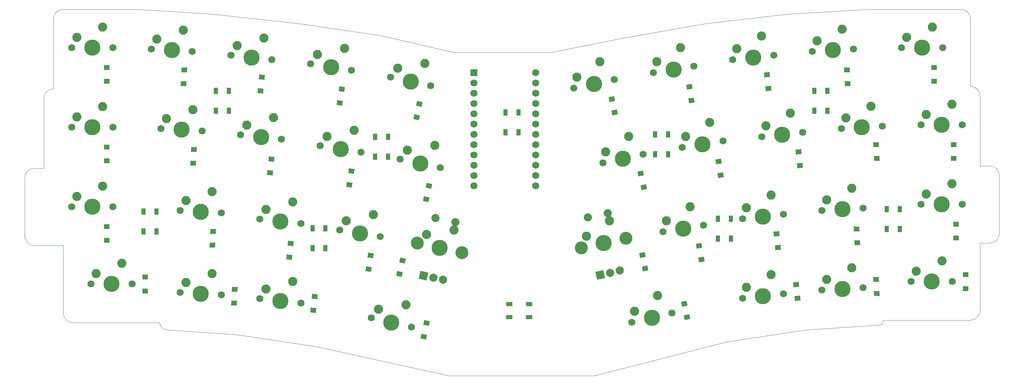
<source format=gbr>
%TF.GenerationSoftware,KiCad,Pcbnew,7.0.6*%
%TF.CreationDate,2023-09-29T23:10:54-04:00*%
%TF.ProjectId,tiddlywink,74696464-6c79-4776-996e-6b2e6b696361,rev?*%
%TF.SameCoordinates,Original*%
%TF.FileFunction,Soldermask,Bot*%
%TF.FilePolarity,Negative*%
%FSLAX46Y46*%
G04 Gerber Fmt 4.6, Leading zero omitted, Abs format (unit mm)*
G04 Created by KiCad (PCBNEW 7.0.6) date 2023-09-29 23:10:54*
%MOMM*%
%LPD*%
G01*
G04 APERTURE LIST*
G04 Aperture macros list*
%AMRotRect*
0 Rectangle, with rotation*
0 The origin of the aperture is its center*
0 $1 length*
0 $2 width*
0 $3 Rotation angle, in degrees counterclockwise*
0 Add horizontal line*
21,1,$1,$2,0,0,$3*%
G04 Aperture macros list end*
%ADD10C,1.750000*%
%ADD11C,3.987800*%
%ADD12C,2.250000*%
%ADD13RotRect,2.000000X2.000000X78.000000*%
%ADD14C,2.000000*%
%ADD15C,3.200000*%
%ADD16R,1.752600X1.752600*%
%ADD17C,1.752600*%
%ADD18RotRect,2.000000X2.000000X102.000000*%
%ADD19C,0.800000*%
%ADD20RotRect,1.200000X1.400000X99.000000*%
%ADD21RotRect,1.200000X1.400000X84.000000*%
%ADD22R,1.000000X1.500000*%
%ADD23RotRect,1.200000X1.400000X81.000000*%
%ADD24R,1.400000X1.200000*%
%ADD25RotRect,1.200000X1.400000X93.000000*%
%ADD26RotRect,1.200000X1.400000X78.000000*%
%ADD27RotRect,1.200000X1.400000X102.000000*%
%ADD28RotRect,1.200000X1.400000X87.000000*%
%ADD29RotRect,1.200000X1.400000X96.000000*%
%ADD30R,1.500000X1.000000*%
%TA.AperFunction,Profile*%
%ADD31C,0.100000*%
%TD*%
G04 APERTURE END LIST*
D10*
%TO.C,MX30*%
X237807704Y-66079743D03*
D11*
X242887704Y-66079743D03*
D10*
X247967704Y-66079743D03*
D12*
X239077704Y-63539743D03*
X245427704Y-60999743D03*
%TD*%
D10*
%TO.C,MX13*%
X69957267Y-48879974D03*
D11*
X75009438Y-49410979D03*
D10*
X80061609Y-49941984D03*
D12*
X71485812Y-46486640D03*
X78066528Y-44624310D03*
%TD*%
D10*
%TO.C,MX24*%
X94399814Y-72428812D03*
D11*
X99417271Y-73223499D03*
D10*
X104434728Y-74018186D03*
D12*
X96051522Y-70118755D03*
X102720686Y-68603386D03*
%TD*%
D10*
%TO.C,MX18*%
X198544875Y-49346671D03*
D11*
X203597046Y-48815666D03*
D10*
X208649217Y-48284661D03*
D12*
X199542415Y-46687834D03*
X205592127Y-43497992D03*
%TD*%
D10*
%TO.C,MX10*%
X233045200Y-27384398D03*
D11*
X238125200Y-27384398D03*
D10*
X243205200Y-27384398D03*
D12*
X234315200Y-24844398D03*
X240665200Y-22304398D03*
%TD*%
D10*
%TO.C,MX29*%
X213406833Y-67536236D03*
D11*
X218479871Y-67270369D03*
D10*
X223552909Y-67004502D03*
D12*
X214542159Y-64933250D03*
X220750523Y-62064398D03*
%TD*%
D10*
%TO.C,MX8*%
X191401119Y-30296655D03*
D11*
X196453290Y-29765650D03*
D10*
X201505461Y-29234645D03*
D12*
X192398659Y-27637818D03*
X198448371Y-24447976D03*
%TD*%
D10*
%TO.C,MX6*%
X152193642Y-37370284D03*
D11*
X157162632Y-36314093D03*
D10*
X162131622Y-35257902D03*
D12*
X152907794Y-34621742D03*
X158590936Y-30817007D03*
%TD*%
D10*
%TO.C,MX27*%
X174171756Y-72827560D03*
D11*
X179189213Y-72032873D03*
D10*
X184206670Y-71238186D03*
D12*
X175028777Y-70120160D03*
X180903254Y-66618073D03*
%TD*%
D10*
%TO.C,MX31*%
X33020032Y-85725072D03*
D11*
X38100032Y-85725072D03*
D10*
X43180032Y-85725072D03*
D12*
X34290032Y-83185072D03*
X40640032Y-80645072D03*
%TD*%
D10*
%TO.C,MX28*%
X193782371Y-69587313D03*
D11*
X198834542Y-69056308D03*
D10*
X203886713Y-68525303D03*
D12*
X194779911Y-66928476D03*
X200829623Y-63738634D03*
%TD*%
D10*
%TO.C,MX36*%
X193782371Y-89232642D03*
D11*
X198834542Y-88701637D03*
D10*
X203886713Y-88170632D03*
D12*
X194779911Y-86573805D03*
X200829623Y-83383963D03*
%TD*%
D10*
%TO.C,MX4*%
X87256058Y-31352215D03*
D11*
X92273515Y-32146902D03*
D10*
X97290972Y-32941589D03*
D12*
X88907766Y-29042158D03*
X95576930Y-27526789D03*
%TD*%
D10*
%TO.C,MX22*%
X55053575Y-67599815D03*
D11*
X60126613Y-67865682D03*
D10*
X65199651Y-68131549D03*
D12*
X56454768Y-65129763D03*
X62928999Y-62925577D03*
%TD*%
D11*
%TO.C,MX25*%
X119062600Y-76795377D03*
D12*
X115863953Y-73518739D03*
X122603286Y-72354483D03*
%TD*%
D13*
%TO.C,KNOB2*%
X115057893Y-83611705D03*
D14*
X119948631Y-84651263D03*
X117503262Y-84131484D03*
D15*
X113584973Y-75631072D03*
X124540227Y-77959682D03*
D14*
X122963351Y-70468123D03*
X118072613Y-69428565D03*
%TD*%
D10*
%TO.C,MX15*%
X109331106Y-54903231D03*
D11*
X114300096Y-55959422D03*
D10*
X119269086Y-57015613D03*
D12*
X111101449Y-52682784D03*
X117840782Y-51518528D03*
%TD*%
D10*
%TO.C,MX17*%
X178934260Y-51991605D03*
D11*
X183951717Y-51196918D03*
D10*
X188969174Y-50402231D03*
D12*
X179791281Y-49284205D03*
X185665758Y-45782118D03*
%TD*%
D10*
%TO.C,MX3*%
X67576015Y-29234645D03*
D11*
X72628186Y-29765650D03*
D10*
X77680357Y-30296655D03*
D12*
X69104560Y-26841311D03*
X75685276Y-24978981D03*
%TD*%
D10*
%TO.C,MX34*%
X102206540Y-94107329D03*
D11*
X107156340Y-95250080D03*
D10*
X112106140Y-96392831D03*
D12*
X104015366Y-91918117D03*
X110773991Y-90871656D03*
%TD*%
D16*
%TO.C,PM1*%
X127516051Y-33552638D03*
D17*
X127516051Y-36092638D03*
X127516051Y-38632638D03*
X127516051Y-41172638D03*
X127516051Y-43712638D03*
X127516051Y-46252638D03*
X127516051Y-48792638D03*
X127516051Y-51332638D03*
X127516051Y-53872638D03*
X127516051Y-56412638D03*
X127516051Y-58952638D03*
X127516051Y-61492638D03*
X142756051Y-61492638D03*
X142756051Y-58952638D03*
X142756051Y-56412638D03*
X142756051Y-53872638D03*
X142756051Y-51332638D03*
X142756051Y-48792638D03*
X142756051Y-46252638D03*
X142756051Y-43712638D03*
X142756051Y-41172638D03*
X142756051Y-38632638D03*
X142756051Y-36092638D03*
X142756051Y-33552638D03*
%TD*%
D10*
%TO.C,MX38*%
X235426452Y-85129759D03*
D11*
X240506452Y-85129759D03*
D10*
X245586452Y-85129759D03*
D12*
X236696452Y-82589759D03*
X243046452Y-80049759D03*
%TD*%
D10*
%TO.C,MX7*%
X171790504Y-33536902D03*
D11*
X176807961Y-32742215D03*
D10*
X181825418Y-31947528D03*
D12*
X172647525Y-30829502D03*
X178522002Y-27327415D03*
%TD*%
D10*
%TO.C,MX32*%
X55053575Y-87840457D03*
D11*
X60126613Y-88106324D03*
D10*
X65199651Y-88372191D03*
D12*
X56454768Y-85370405D03*
X62928999Y-83166219D03*
%TD*%
D10*
%TO.C,MX19*%
X218169337Y-47295594D03*
D11*
X223242375Y-47029727D03*
D10*
X228315413Y-46763860D03*
D12*
X219304663Y-44692608D03*
X225513027Y-41823756D03*
%TD*%
D10*
%TO.C,MX9*%
X211025581Y-28245578D03*
D11*
X216098619Y-27979711D03*
D10*
X221171657Y-27713844D03*
D12*
X212160907Y-25642592D03*
X218369271Y-22773740D03*
%TD*%
D10*
%TO.C,MX35*%
X166500344Y-95202205D03*
D11*
X171450144Y-94059454D03*
D10*
X176399944Y-92916703D03*
D12*
X167166418Y-92441618D03*
X172782293Y-88538278D03*
%TD*%
D10*
%TO.C,MX20*%
X237807704Y-46434414D03*
D11*
X242887704Y-46434414D03*
D10*
X247967704Y-46434414D03*
D12*
X239077704Y-43894414D03*
X245427704Y-41354414D03*
%TD*%
D10*
%TO.C,MX23*%
X74719771Y-69715929D03*
D11*
X79771942Y-70246934D03*
D10*
X84824113Y-70777939D03*
D12*
X76248316Y-67322595D03*
X82829032Y-65460265D03*
%TD*%
D10*
%TO.C,MX33*%
X74719771Y-89361258D03*
D11*
X79771942Y-89892263D03*
D10*
X84824113Y-90423268D03*
D12*
X76248316Y-86967924D03*
X82829032Y-85105594D03*
%TD*%
D18*
%TO.C,KNOB1*%
X158657853Y-83460637D03*
D14*
X163548591Y-82421079D03*
X161103222Y-82940858D03*
D15*
X154066257Y-76769056D03*
X165021511Y-74440446D03*
D14*
X160533871Y-68237939D03*
X155643133Y-69277497D03*
%TD*%
D10*
%TO.C,MX14*%
X89637310Y-51592857D03*
D11*
X94654767Y-52387544D03*
D10*
X99672224Y-53182231D03*
D12*
X91289018Y-49282800D03*
X97958182Y-47767431D03*
%TD*%
D10*
%TO.C,MX37*%
X213406833Y-87181565D03*
D11*
X218479871Y-86915698D03*
D10*
X223552909Y-86649831D03*
D12*
X214542159Y-84578579D03*
X220750523Y-81709727D03*
%TD*%
D10*
%TO.C,MX21*%
X28257528Y-66675056D03*
D11*
X33337528Y-66675056D03*
D10*
X38417528Y-66675056D03*
D12*
X29527528Y-64135056D03*
X35877528Y-61595056D03*
%TD*%
D10*
%TO.C,MX12*%
X50291071Y-47359173D03*
D11*
X55364109Y-47625040D03*
D10*
X60437147Y-47890907D03*
D12*
X51692264Y-44889121D03*
X58166495Y-42684935D03*
%TD*%
D10*
%TO.C,MX2*%
X47909819Y-27713844D03*
D11*
X52982857Y-27979711D03*
D10*
X58055895Y-28245578D03*
D12*
X49311012Y-25243792D03*
X55785243Y-23039606D03*
%TD*%
D10*
%TO.C,MX5*%
X106949854Y-34662589D03*
D11*
X111918844Y-35718780D03*
D10*
X116887834Y-36774971D03*
D12*
X108720197Y-32442142D03*
X115459530Y-31277886D03*
%TD*%
D10*
%TO.C,MX11*%
X28257528Y-47029727D03*
D11*
X33337528Y-47029727D03*
D10*
X38417528Y-47029727D03*
D12*
X29527528Y-44489727D03*
X35877528Y-41949727D03*
%TD*%
D10*
%TO.C,MX16*%
X159337398Y-55824987D03*
D11*
X164306388Y-54768796D03*
D10*
X169275378Y-53712605D03*
D12*
X160051550Y-53076445D03*
X165734692Y-49271710D03*
%TD*%
D10*
%TO.C,MX1*%
X28257528Y-27384398D03*
D11*
X33337528Y-27384398D03*
D10*
X38417528Y-27384398D03*
D12*
X29527528Y-24844398D03*
X35877528Y-22304398D03*
%TD*%
D11*
%TO.C,MX26*%
X159543884Y-75604751D03*
D12*
X155289046Y-73912400D03*
X160972188Y-70107665D03*
%TD*%
D19*
%TO.C,D17*%
X188384847Y-58829118D03*
D20*
X188384847Y-58829118D03*
D19*
X187852969Y-55470978D03*
D20*
X187852969Y-55470978D03*
%TD*%
D19*
%TO.C,D13*%
X77212992Y-58245422D03*
D21*
X77212992Y-58245422D03*
D19*
X77568388Y-54864048D03*
D21*
X77568388Y-54864048D03*
%TD*%
D22*
%TO.C,RGB5*%
X172231250Y-48746918D03*
X175431250Y-48746918D03*
X175431250Y-53646918D03*
X172231250Y-53646918D03*
%TD*%
D19*
%TO.C,D14*%
X96770080Y-61210370D03*
D23*
X96770080Y-61210370D03*
D19*
X97301958Y-57852230D03*
D23*
X97301958Y-57852230D03*
%TD*%
D19*
%TO.C,D33*%
X87928478Y-92178111D03*
D21*
X87928478Y-92178111D03*
D19*
X88283874Y-88796737D03*
D21*
X88283874Y-88796737D03*
%TD*%
D19*
%TO.C,D3*%
X74831740Y-38004780D03*
D21*
X74831740Y-38004780D03*
D19*
X75187136Y-34623406D03*
D21*
X75187136Y-34623406D03*
%TD*%
D19*
%TO.C,D38*%
X248840834Y-86829759D03*
D24*
X248840834Y-86829759D03*
D19*
X248840834Y-83429759D03*
D24*
X248840834Y-83429759D03*
%TD*%
D19*
%TO.C,D9*%
X219759468Y-36225824D03*
D25*
X219759468Y-36225824D03*
D19*
X219581526Y-32830484D03*
D25*
X219581526Y-32830484D03*
%TD*%
D19*
%TO.C,D10*%
X241101765Y-35632841D03*
D24*
X241101765Y-35632841D03*
D19*
X241101765Y-32232841D03*
D24*
X241101765Y-32232841D03*
%TD*%
D19*
%TO.C,D31*%
X46434414Y-87425072D03*
D24*
X46434414Y-87425072D03*
D19*
X46434414Y-84025072D03*
D24*
X46434414Y-84025072D03*
%TD*%
D22*
%TO.C,RGB10*%
X135321875Y-43389101D03*
X138521875Y-43389101D03*
X138521875Y-48289101D03*
X135321875Y-48289101D03*
%TD*%
D19*
%TO.C,D11*%
X36909406Y-55278170D03*
D24*
X36909406Y-55278170D03*
D19*
X36909406Y-51878170D03*
D24*
X36909406Y-51878170D03*
%TD*%
D19*
%TO.C,D15*%
X115732585Y-64766029D03*
D26*
X115732585Y-64766029D03*
D19*
X116439485Y-61440327D03*
D26*
X116439485Y-61440327D03*
%TD*%
D19*
%TO.C,D24*%
X101532584Y-82046325D03*
D23*
X101532584Y-82046325D03*
D19*
X102064462Y-78688185D03*
D23*
X102064462Y-78688185D03*
%TD*%
D19*
%TO.C,D37*%
X226903224Y-88018055D03*
D25*
X226903224Y-88018055D03*
D19*
X226725282Y-84622715D03*
D25*
X226725282Y-84622715D03*
%TD*%
D19*
%TO.C,D16*%
X169422342Y-61789464D03*
D27*
X169422342Y-61789464D03*
D19*
X168715442Y-58463762D03*
D27*
X168715442Y-58463762D03*
%TD*%
D19*
%TO.C,D12*%
X58251703Y-55871153D03*
D28*
X58251703Y-55871153D03*
D19*
X58429645Y-52475813D03*
D28*
X58429645Y-52475813D03*
%TD*%
D19*
%TO.C,D32*%
X68372024Y-90399307D03*
D28*
X68372024Y-90399307D03*
D19*
X68549966Y-87003967D03*
D28*
X68549966Y-87003967D03*
%TD*%
D19*
%TO.C,D18*%
X207941935Y-56459483D03*
D29*
X207941935Y-56459483D03*
D19*
X207586539Y-53078109D03*
D29*
X207586539Y-53078109D03*
%TD*%
D19*
%TO.C,D7*%
X181241091Y-40374415D03*
D20*
X181241091Y-40374415D03*
D19*
X180709213Y-37016275D03*
D20*
X180709213Y-37016275D03*
%TD*%
D19*
%TO.C,D29*%
X222140720Y-75516482D03*
D25*
X222140720Y-75516482D03*
D19*
X221962778Y-72121142D03*
D25*
X221962778Y-72121142D03*
%TD*%
D19*
%TO.C,D1*%
X36909406Y-35632841D03*
D24*
X36909406Y-35632841D03*
D19*
X36909406Y-32232841D03*
D24*
X36909406Y-32232841D03*
%TD*%
D19*
%TO.C,D20*%
X245864269Y-54682857D03*
D24*
X245864269Y-54682857D03*
D19*
X245864269Y-51282857D03*
D24*
X245864269Y-51282857D03*
%TD*%
D19*
%TO.C,D19*%
X226903224Y-54680527D03*
D25*
X226903224Y-54680527D03*
D19*
X226725282Y-51285187D03*
D25*
X226725282Y-51285187D03*
%TD*%
D19*
%TO.C,D28*%
X202584118Y-76700125D03*
D29*
X202584118Y-76700125D03*
D19*
X202228722Y-73318751D03*
D29*
X202228722Y-73318751D03*
%TD*%
D19*
%TO.C,D27*%
X183622343Y-79665073D03*
D20*
X183622343Y-79665073D03*
D19*
X183090465Y-76306933D03*
D20*
X183090465Y-76306933D03*
%TD*%
D22*
%TO.C,RGB6*%
X187709375Y-69582873D03*
X190909375Y-69582873D03*
X190909375Y-74482873D03*
X187709375Y-74482873D03*
%TD*%
D19*
%TO.C,D8*%
X200202866Y-37409467D03*
D29*
X200202866Y-37409467D03*
D19*
X199847470Y-34028093D03*
D29*
X199847470Y-34028093D03*
%TD*%
D22*
%TO.C,RGB1*%
X46025000Y-67796875D03*
X49225000Y-67796875D03*
X49225000Y-72696875D03*
X46025000Y-72696875D03*
%TD*%
D19*
%TO.C,D2*%
X55870451Y-36225824D03*
D28*
X55870451Y-36225824D03*
D19*
X56048393Y-32830484D03*
D28*
X56048393Y-32830484D03*
%TD*%
D19*
%TO.C,D26*%
X169775792Y-81907018D03*
D27*
X169775792Y-81907018D03*
D19*
X169068892Y-78581316D03*
D27*
X169068892Y-78581316D03*
%TD*%
D22*
%TO.C,RGB8*%
X229381250Y-67201621D03*
X232581250Y-67201621D03*
X232581250Y-72101621D03*
X229381250Y-72101621D03*
%TD*%
D19*
%TO.C,D23*%
X81975496Y-79081377D03*
D21*
X81975496Y-79081377D03*
D19*
X82330892Y-75700003D03*
D21*
X82330892Y-75700003D03*
%TD*%
D22*
%TO.C,RGB7*%
X211521875Y-38031284D03*
X214721875Y-38031284D03*
X214721875Y-42931284D03*
X211521875Y-42931284D03*
%TD*%
%TO.C,RGB4*%
X103175000Y-49342231D03*
X106375000Y-49342231D03*
X106375000Y-54242231D03*
X103175000Y-54242231D03*
%TD*%
D19*
%TO.C,D6*%
X162278586Y-43334761D03*
D27*
X162278586Y-43334761D03*
D19*
X161571686Y-40009059D03*
D27*
X161571686Y-40009059D03*
%TD*%
D19*
%TO.C,D30*%
X246459582Y-74328186D03*
D24*
X246459582Y-74328186D03*
D19*
X246459582Y-70928186D03*
D24*
X246459582Y-70928186D03*
%TD*%
D19*
%TO.C,D25*%
X109184142Y-83220732D03*
D26*
X109184142Y-83220732D03*
D19*
X109891042Y-79895030D03*
D26*
X109891042Y-79895030D03*
%TD*%
D22*
%TO.C,RGB3*%
X87696875Y-71964125D03*
X90896875Y-71964125D03*
X90896875Y-76864125D03*
X87696875Y-76864125D03*
%TD*%
%TO.C,RGB2*%
X63884375Y-38031284D03*
X67084375Y-38031284D03*
X67084375Y-42931284D03*
X63884375Y-42931284D03*
%TD*%
D19*
%TO.C,D22*%
X63014207Y-76111795D03*
D28*
X63014207Y-76111795D03*
D19*
X63192149Y-72716455D03*
D28*
X63192149Y-72716455D03*
%TD*%
D30*
%TO.C,RGB9*%
X136257929Y-93873515D03*
X136257929Y-90673515D03*
X141157929Y-90673515D03*
X141157929Y-93873515D03*
%TD*%
D19*
%TO.C,D36*%
X207346622Y-89201698D03*
D29*
X207346622Y-89201698D03*
D19*
X206991226Y-85820324D03*
D29*
X206991226Y-85820324D03*
%TD*%
D19*
%TO.C,D5*%
X113351333Y-44525387D03*
D26*
X113351333Y-44525387D03*
D19*
X114058233Y-41199685D03*
D26*
X114058233Y-41199685D03*
%TD*%
D19*
%TO.C,D35*%
X180137976Y-93936366D03*
D27*
X180137976Y-93936366D03*
D19*
X179431076Y-90610664D03*
D27*
X179431076Y-90610664D03*
%TD*%
D19*
%TO.C,D4*%
X94388828Y-40969728D03*
D23*
X94388828Y-40969728D03*
D19*
X94920706Y-37611588D03*
D23*
X94920706Y-37611588D03*
%TD*%
D19*
%TO.C,D34*%
X115137272Y-98698870D03*
D26*
X115137272Y-98698870D03*
D19*
X115844172Y-95373168D03*
D26*
X115844172Y-95373168D03*
%TD*%
D19*
%TO.C,D21*%
X36909406Y-74923499D03*
D24*
X36909406Y-74923499D03*
D19*
X36909406Y-71523499D03*
D24*
X36909406Y-71523499D03*
%TD*%
D31*
X252412793Y-39290658D02*
G75*
G03*
X250031460Y-36909407I-2381293J-42D01*
G01*
X69056308Y-98226645D02*
X88701637Y-101203210D01*
X225028314Y-17859390D02*
X204787672Y-19050016D01*
X204787672Y-19050016D02*
X184547030Y-21431268D01*
X257175215Y-58935987D02*
X257175215Y-73223499D01*
X257175264Y-58935987D02*
G75*
G03*
X254793964Y-56554736I-2381264J-13D01*
G01*
X250031460Y-94654711D02*
G75*
G03*
X252412711Y-92273515I40J2381211D01*
G01*
X252412711Y-39290658D02*
X252412712Y-55959422D01*
X23812521Y-20240642D02*
X23812520Y-36909406D01*
X19050016Y-76200064D02*
X26193772Y-76200064D01*
X63103178Y-19050016D02*
X84534446Y-21431268D01*
X252412712Y-55959422D02*
X252412712Y-56554735D01*
X28575024Y-95250080D02*
X50006292Y-95250080D01*
X16668736Y-73818812D02*
G75*
G03*
X19050016Y-76200064I2381264J12D01*
G01*
X21431268Y-57150048D02*
X19050016Y-57150049D01*
X26193772Y-76200064D02*
X26193772Y-92868828D01*
X250031460Y-94654766D02*
X228600192Y-94654767D01*
X26193772Y-17859391D02*
G75*
G03*
X23812521Y-20240642I-2J-2381249D01*
G01*
X209550176Y-97036019D02*
X189904847Y-100012584D01*
X88701637Y-101203210D02*
X121443852Y-108346966D01*
X254793964Y-75604715D02*
G75*
G03*
X257175215Y-73223499I36J2381215D01*
G01*
X227409566Y-95845392D02*
G75*
G03*
X228600192Y-94654767I34J1190592D01*
G01*
X146446998Y-28575024D02*
X164306388Y-25003146D01*
X26193772Y-17859391D02*
X44053162Y-17859390D01*
X227409566Y-95845393D02*
X209550176Y-97036019D01*
X50006281Y-95250080D02*
G75*
G03*
X51792231Y-97036019I1785919J-20D01*
G01*
X252412712Y-56554735D02*
X254793964Y-56554736D01*
X16668765Y-59531300D02*
X16668764Y-73818812D01*
X121443852Y-108346966D02*
X157162632Y-108346966D01*
X104775088Y-24407833D02*
X122634478Y-28575024D01*
X184547030Y-21431268D02*
X164306388Y-25003146D01*
X23812520Y-37504719D02*
G75*
G03*
X21431269Y-39885971I0J-2381251D01*
G01*
X247650208Y-17859391D02*
X225028314Y-17859390D01*
X84534446Y-21431268D02*
X104775088Y-24407833D01*
X122634478Y-28575024D02*
X146446998Y-28575024D01*
X26193720Y-92868828D02*
G75*
G03*
X28575024Y-95250080I2381280J28D01*
G01*
X250031459Y-20240642D02*
X250031460Y-36909406D01*
X252412712Y-75604751D02*
X252412711Y-92273515D01*
X254793964Y-75604750D02*
X252412712Y-75604751D01*
X51792231Y-97036019D02*
X69056308Y-98226645D01*
X21431269Y-39885971D02*
X21431268Y-57150048D01*
X19050016Y-57150065D02*
G75*
G03*
X16668765Y-59531300I-16J-2381235D01*
G01*
X157162632Y-108346966D02*
X189904847Y-100012584D01*
X44053162Y-17859390D02*
X63103178Y-19050016D01*
X250031409Y-20240642D02*
G75*
G03*
X247650208Y-17859391I-2381209J42D01*
G01*
X23812520Y-36909406D02*
X23812520Y-37504719D01*
M02*

</source>
